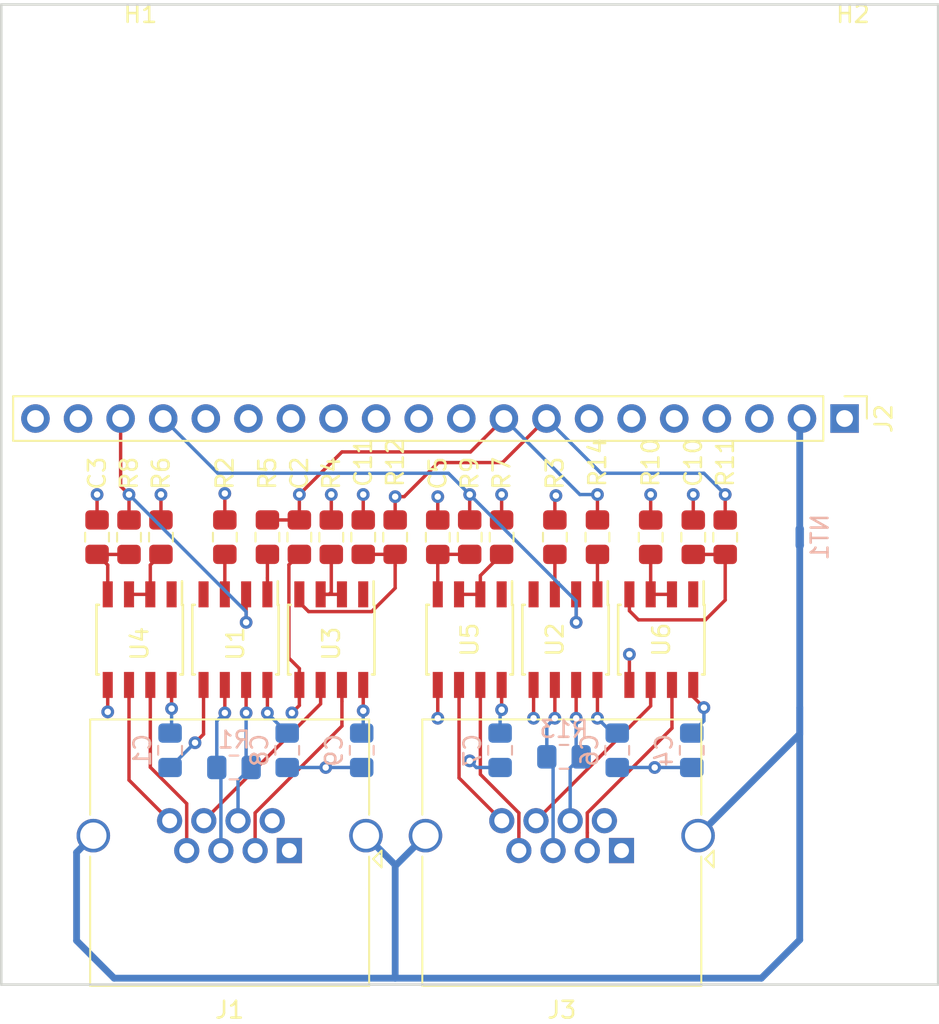
<source format=kicad_pcb>
(kicad_pcb (version 20171130) (host pcbnew "(5.1.4)-1")
  (layers (0 F.Cu signal) (1 In1.Cu signal) (2 In2.Cu signal) (31 B.Cu signal) (34 B.Paste user) (35 F.Paste user) (36 B.SilkS user) (37 F.SilkS user) (38 B.Mask user) (39 F.Mask user) (44 Edge.Cuts user))
  (net 0 "")
  (net 1 GNDD)
  (net 2 /CLK_1_-)
  (net 3 /MISO_1_+)
  (net 4 /CS_1_-)
  (net 5 /MISO_1_-)
  (net 6 /CLK_1_+)
  (net 7 /CS_1_+)
  (net 8 GND)
  (net 9 "Net-(J2-Pad3)")
  (net 10 "Net-(J2-Pad4)")
  (net 11 "Net-(J2-Pad6)")
  (net 12 "Net-(J2-Pad7)")
  (net 13 "Net-(J2-Pad10)")
  (net 14 "Net-(J2-Pad11)")
  (net 15 "Net-(J2-Pad12)")
  (net 16 "Net-(J2-Pad13)")
  (net 17 "Net-(J2-Pad14)")
  (net 18 "Net-(J2-Pad15)")
  (net 19 "Net-(J2-Pad16)")
  (net 20 "Net-(R2-Pad1)")
  (net 21 "Net-(R4-Pad2)")
  (net 22 /CS_1)
  (net 23 "Net-(U1-Pad4)")
  (net 24 "Net-(R6-Pad2)")
  (net 25 /CS_2_-)
  (net 26 /CS_2_+)
  (net 27 /CS_2)
  (net 28 /CLK_2_-)
  (net 29 /MISO_2_+)
  (net 30 /MISO_2_-)
  (net 31 /CLK_2_+)
  (net 32 "Net-(U2-Pad4)")
  (net 33 /MISO)
  (net 34 "Net-(R7-Pad2)")
  (net 35 "Net-(C3-Pad1)")
  (net 36 "Net-(R10-Pad2)")
  (net 37 "Net-(C10-Pad1)")
  (net 38 "Net-(C11-Pad1)")
  (net 39 "Net-(C5-Pad1)")
  (net 40 "Net-(R3-Pad1)")
  (net 41 /SPI_SCK)
  (net 42 "Net-(R5-Pad2)")
  (net 43 "Net-(R14-Pad2)")
  (net 44 "Net-(U4-Pad1)")
  (net 45 "Net-(U5-Pad1)")
  (net 46 +5V)
  (net 47 "Net-(U3-Pad1)")
  (net 48 "Net-(U6-Pad1)")
  (module Resistor_SMD:R_0805_2012Metric_Pad1.15x1.40mm_HandSolder (layer F.Cu) (at 129.405 96.605 270)
    (fp_text reference R14 (at -4.445 0 90) (layer F.SilkS))
    (fp_text value R)
    (pad 1 smd roundrect (at -1.025 0 270) (size 1.15 1.4) (layers F.Cu F.Paste F.Mask) (roundrect_rratio 0.217391) (net 33 /MISO))
    (pad 2 smd roundrect (at 1.025 0 270) (size 1.15 1.4) (layers F.Cu F.Paste F.Mask) (roundrect_rratio 0.217391) (net 43 "Net-(R14-Pad2)"))
  )
  (module NetTie:NetTie-2_SMD_Pad0.5mm (layer B.Cu) (at 141.47 96.605 90)
    (fp_text reference NT1 (at 0 1.2 270) (layer B.SilkS) (effects (justify mirror)))
    (fp_text value Net-Tie_2)
    (fp_poly (pts (xy -0.5 0.25) (xy 0.5 0.25) (xy 0.5 -0.25) (xy -0.5 -0.25)) (layer B.Cu) (width 0))
    (pad 1 smd circle (at -0.5 0 90) (size 0.5 0.5) (layers B.Cu) (net 8 GND))
    (pad 2 smd circle (at 0.5 0 90) (size 0.5 0.5) (layers B.Cu) (net 1 GNDD))
  )
  (module Resistor_SMD:R_0805_2012Metric_Pad1.15x1.40mm_HandSolder (layer B.Cu) (at 127.41 109.7 180)
    (fp_text reference R13 (at 0 1.65 180) (layer B.SilkS) (effects (justify mirror)))
    (fp_text value 120)
    (pad 2 smd roundrect (at 1.025 0 180) (size 1.15 1.4) (layers B.Cu B.Paste B.Mask) (roundrect_rratio 0.217391) (net 29 /MISO_2_+))
    (pad 1 smd roundrect (at -1.025 0 180) (size 1.15 1.4) (layers B.Cu B.Paste B.Mask) (roundrect_rratio 0.217391) (net 30 /MISO_2_-))
  )
  (module Capacitor_SMD:C_0805_2012Metric_Pad1.15x1.40mm_HandSolder (layer F.Cu) (at 99.56 96.605 90)
    (fp_text reference C3 (at 3.81 0 90) (layer F.SilkS))
    (fp_text value 100nF)
    (pad 2 smd roundrect (at 1.025 0 90) (size 1.15 1.4) (layers F.Cu F.Paste F.Mask) (roundrect_rratio 0.217391) (net 1 GNDD))
    (pad 1 smd roundrect (at -1.025 0 90) (size 1.15 1.4) (layers F.Cu F.Paste F.Mask) (roundrect_rratio 0.217391) (net 35 "Net-(C3-Pad1)"))
  )
  (module Capacitor_SMD:C_0805_2012Metric_Pad1.15x1.40mm_HandSolder (layer B.Cu) (at 135.03 109.31 270)
    (fp_text reference C4 (at 0 1.65 270) (layer B.SilkS) (effects (justify mirror)))
    (fp_text value 100nF)
    (pad 1 smd roundrect (at -1.025 0 270) (size 1.15 1.4) (layers B.Cu B.Paste B.Mask) (roundrect_rratio 0.217391) (net 46 +5V))
    (pad 2 smd roundrect (at 1.025 0 270) (size 1.15 1.4) (layers B.Cu B.Paste B.Mask) (roundrect_rratio 0.217391) (net 1 GNDD))
  )
  (module Capacitor_SMD:C_0805_2012Metric_Pad1.15x1.40mm_HandSolder (layer F.Cu) (at 119.88 96.61 90)
    (fp_text reference C5 (at 3.815 0 90) (layer F.SilkS))
    (fp_text value 100nF)
    (pad 2 smd roundrect (at 1.025 0 90) (size 1.15 1.4) (layers F.Cu F.Paste F.Mask) (roundrect_rratio 0.217391) (net 1 GNDD))
    (pad 1 smd roundrect (at -1.025 0 90) (size 1.15 1.4) (layers F.Cu F.Paste F.Mask) (roundrect_rratio 0.217391) (net 39 "Net-(C5-Pad1)"))
  )
  (module Capacitor_SMD:C_0805_2012Metric_Pad1.15x1.40mm_HandSolder (layer B.Cu) (at 130.585 109.31 270)
    (fp_text reference C6 (at 0 1.65 270) (layer B.SilkS) (effects (justify mirror)))
    (fp_text value 100nF)
    (pad 1 smd roundrect (at -1.025 0 270) (size 1.15 1.4) (layers B.Cu B.Paste B.Mask) (roundrect_rratio 0.217391) (net 46 +5V))
    (pad 2 smd roundrect (at 1.025 0 270) (size 1.15 1.4) (layers B.Cu B.Paste B.Mask) (roundrect_rratio 0.217391) (net 1 GNDD))
  )
  (module Capacitor_SMD:C_0805_2012Metric_Pad1.15x1.40mm_HandSolder (layer B.Cu) (at 123.6 109.31 270)
    (fp_text reference C7 (at 0 1.65 270) (layer B.SilkS) (effects (justify mirror)))
    (fp_text value 100nF)
    (pad 2 smd roundrect (at 1.025 0 270) (size 1.15 1.4) (layers B.Cu B.Paste B.Mask) (roundrect_rratio 0.217391) (net 1 GNDD))
    (pad 1 smd roundrect (at -1.025 0 270) (size 1.15 1.4) (layers B.Cu B.Paste B.Mask) (roundrect_rratio 0.217391) (net 46 +5V))
  )
  (module Capacitor_SMD:C_0805_2012Metric_Pad1.15x1.40mm_HandSolder (layer B.Cu) (at 110.9 109.31 270)
    (fp_text reference C8 (at 0 1.65 270) (layer B.SilkS) (effects (justify mirror)))
    (fp_text value 100nF)
    (pad 1 smd roundrect (at -1.025 0 270) (size 1.15 1.4) (layers B.Cu B.Paste B.Mask) (roundrect_rratio 0.217391) (net 46 +5V))
    (pad 2 smd roundrect (at 1.025 0 270) (size 1.15 1.4) (layers B.Cu B.Paste B.Mask) (roundrect_rratio 0.217391) (net 1 GNDD))
  )
  (module Capacitor_SMD:C_0805_2012Metric_Pad1.15x1.40mm_HandSolder (layer B.Cu) (at 115.345 109.31 270)
    (fp_text reference C9 (at 0 1.65 270) (layer B.SilkS) (effects (justify mirror)))
    (fp_text value 100nF)
    (pad 2 smd roundrect (at 1.025 0 270) (size 1.15 1.4) (layers B.Cu B.Paste B.Mask) (roundrect_rratio 0.217391) (net 1 GNDD))
    (pad 1 smd roundrect (at -1.025 0 270) (size 1.15 1.4) (layers B.Cu B.Paste B.Mask) (roundrect_rratio 0.217391) (net 46 +5V))
  )
  (module Capacitor_SMD:C_0805_2012Metric_Pad1.15x1.40mm_HandSolder (layer F.Cu) (at 135.12 96.61 90)
    (fp_text reference C10 (at 4.45 0 90) (layer F.SilkS))
    (fp_text value 100nF)
    (pad 1 smd roundrect (at -1.025 0 90) (size 1.15 1.4) (layers F.Cu F.Paste F.Mask) (roundrect_rratio 0.217391) (net 37 "Net-(C10-Pad1)"))
    (pad 2 smd roundrect (at 1.025 0 90) (size 1.15 1.4) (layers F.Cu F.Paste F.Mask) (roundrect_rratio 0.217391) (net 1 GNDD))
  )
  (module Capacitor_SMD:C_0805_2012Metric_Pad1.15x1.40mm_HandSolder (layer F.Cu) (at 115.435 96.605 90)
    (fp_text reference C11 (at 4.445 0 90) (layer F.SilkS))
    (fp_text value 100nF)
    (pad 2 smd roundrect (at 1.025 0 90) (size 1.15 1.4) (layers F.Cu F.Paste F.Mask) (roundrect_rratio 0.217391) (net 1 GNDD))
    (pad 1 smd roundrect (at -1.025 0 90) (size 1.15 1.4) (layers F.Cu F.Paste F.Mask) (roundrect_rratio 0.217391) (net 38 "Net-(C11-Pad1)"))
  )
  (module Package_SO:SOIC-8_3.9x4.9mm_P1.27mm (layer F.Cu) (at 121.785 102.715 270)
    (fp_text reference U5 (at 0 0 270) (layer F.SilkS))
    (fp_text value MAX485E)
    (pad 1 smd rect (at -2.7 -1.905 270) (size 1.55 0.6) (layers F.Cu F.Paste F.Mask) (net 45 "Net-(U5-Pad1)"))
    (pad 2 smd rect (at -2.7 -0.635 270) (size 1.55 0.6) (layers F.Cu F.Paste F.Mask) (net 34 "Net-(R7-Pad2)"))
    (pad 3 smd rect (at -2.7 0.635 270) (size 1.55 0.6) (layers F.Cu F.Paste F.Mask) (net 34 "Net-(R7-Pad2)"))
    (pad 4 smd rect (at -2.7 1.905 270) (size 1.55 0.6) (layers F.Cu F.Paste F.Mask) (net 39 "Net-(C5-Pad1)"))
    (pad 5 smd rect (at 2.7 1.905 270) (size 1.55 0.6) (layers F.Cu F.Paste F.Mask) (net 1 GNDD))
    (pad 6 smd rect (at 2.7 0.635 270) (size 1.55 0.6) (layers F.Cu F.Paste F.Mask) (net 26 /CS_2_+))
    (pad 7 smd rect (at 2.7 -0.635 270) (size 1.55 0.6) (layers F.Cu F.Paste F.Mask) (net 25 /CS_2_-))
    (pad 8 smd rect (at 2.7 -1.905 270) (size 1.55 0.6) (layers F.Cu F.Paste F.Mask) (net 46 +5V))
  )
  (module Package_SO:SOIC-8_3.9x4.9mm_P1.27mm (layer F.Cu) (at 133.215 102.715 270)
    (fp_text reference U6 (at 0 0 270) (layer F.SilkS))
    (fp_text value MAX485E)
    (pad 8 smd rect (at 2.7 -1.905 270) (size 1.55 0.6) (layers F.Cu F.Paste F.Mask) (net 46 +5V))
    (pad 7 smd rect (at 2.7 -0.635 270) (size 1.55 0.6) (layers F.Cu F.Paste F.Mask) (net 28 /CLK_2_-))
    (pad 6 smd rect (at 2.7 0.635 270) (size 1.55 0.6) (layers F.Cu F.Paste F.Mask) (net 31 /CLK_2_+))
    (pad 5 smd rect (at 2.7 1.905 270) (size 1.55 0.6) (layers F.Cu F.Paste F.Mask) (net 1 GNDD))
    (pad 4 smd rect (at -2.7 1.905 270) (size 1.55 0.6) (layers F.Cu F.Paste F.Mask) (net 37 "Net-(C10-Pad1)"))
    (pad 3 smd rect (at -2.7 0.635 270) (size 1.55 0.6) (layers F.Cu F.Paste F.Mask) (net 36 "Net-(R10-Pad2)"))
    (pad 2 smd rect (at -2.7 -0.635 270) (size 1.55 0.6) (layers F.Cu F.Paste F.Mask) (net 36 "Net-(R10-Pad2)"))
    (pad 1 smd rect (at -2.7 -1.905 270) (size 1.55 0.6) (layers F.Cu F.Paste F.Mask) (net 48 "Net-(U6-Pad1)"))
  )
  (module Resistor_SMD:R_0805_2012Metric_Pad1.15x1.40mm_HandSolder (layer F.Cu) (at 121.785 96.605 90)
    (fp_text reference R9 (at 3.81 0 90) (layer F.SilkS))
    (fp_text value R)
    (pad 1 smd roundrect (at -1.025 0 90) (size 1.15 1.4) (layers F.Cu F.Paste F.Mask) (roundrect_rratio 0.217391) (net 39 "Net-(C5-Pad1)"))
    (pad 2 smd roundrect (at 1.025 0 90) (size 1.15 1.4) (layers F.Cu F.Paste F.Mask) (roundrect_rratio 0.217391) (net 27 /CS_2))
  )
  (module Resistor_SMD:R_0805_2012Metric_Pad1.15x1.40mm_HandSolder (layer F.Cu) (at 117.34 96.605 90)
    (fp_text reference R12 (at 4.445 0 90) (layer F.SilkS))
    (fp_text value R)
    (pad 2 smd roundrect (at 1.025 0 90) (size 1.15 1.4) (layers F.Cu F.Paste F.Mask) (roundrect_rratio 0.217391) (net 41 /SPI_SCK))
    (pad 1 smd roundrect (at -1.025 0 90) (size 1.15 1.4) (layers F.Cu F.Paste F.Mask) (roundrect_rratio 0.217391) (net 38 "Net-(C11-Pad1)"))
  )
  (module Resistor_SMD:R_0805_2012Metric_Pad1.15x1.40mm_HandSolder (layer F.Cu) (at 137.025 96.61 90)
    (fp_text reference R11 (at 4.45 0 90) (layer F.SilkS))
    (fp_text value R)
    (pad 1 smd roundrect (at -1.025 0 90) (size 1.15 1.4) (layers F.Cu F.Paste F.Mask) (roundrect_rratio 0.217391) (net 37 "Net-(C10-Pad1)"))
    (pad 2 smd roundrect (at 1.025 0 90) (size 1.15 1.4) (layers F.Cu F.Paste F.Mask) (roundrect_rratio 0.217391) (net 41 /SPI_SCK))
  )
  (module Resistor_SMD:R_0805_2012Metric_Pad1.15x1.40mm_HandSolder (layer F.Cu) (at 132.58 96.61 270)
    (fp_text reference R10 (at -4.45 0 270) (layer F.SilkS))
    (fp_text value 1k)
    (pad 2 smd roundrect (at 1.025 0 270) (size 1.15 1.4) (layers F.Cu F.Paste F.Mask) (roundrect_rratio 0.217391) (net 36 "Net-(R10-Pad2)"))
    (pad 1 smd roundrect (at -1.025 0 270) (size 1.15 1.4) (layers F.Cu F.Paste F.Mask) (roundrect_rratio 0.217391) (net 46 +5V))
  )
  (module Resistor_SMD:R_0805_2012Metric_Pad1.15x1.40mm_HandSolder (layer F.Cu) (at 101.465 96.61 90)
    (fp_text reference R8 (at 3.815 0 90) (layer F.SilkS))
    (fp_text value R)
    (pad 1 smd roundrect (at -1.025 0 90) (size 1.15 1.4) (layers F.Cu F.Paste F.Mask) (roundrect_rratio 0.217391) (net 35 "Net-(C3-Pad1)"))
    (pad 2 smd roundrect (at 1.025 0 90) (size 1.15 1.4) (layers F.Cu F.Paste F.Mask) (roundrect_rratio 0.217391) (net 22 /CS_1))
  )
  (module Resistor_SMD:R_0805_2012Metric_Pad1.15x1.40mm_HandSolder (layer F.Cu) (at 123.69 96.605 270)
    (fp_text reference R7 (at -3.81 0 270) (layer F.SilkS))
    (fp_text value 1k)
    (pad 1 smd roundrect (at -1.025 0 270) (size 1.15 1.4) (layers F.Cu F.Paste F.Mask) (roundrect_rratio 0.217391) (net 46 +5V))
    (pad 2 smd roundrect (at 1.025 0 270) (size 1.15 1.4) (layers F.Cu F.Paste F.Mask) (roundrect_rratio 0.217391) (net 34 "Net-(R7-Pad2)"))
  )
  (module Package_SO:SOIC-8_3.9x4.9mm_P1.27mm (layer F.Cu) (at 102.1 102.715 270)
    (fp_text reference U4 (at 0.24 0 270) (layer F.SilkS))
    (fp_text value MAX485E)
    (pad 8 smd rect (at 2.7 -1.905 270) (size 1.55 0.6) (layers F.Cu F.Paste F.Mask) (net 46 +5V))
    (pad 7 smd rect (at 2.7 -0.635 270) (size 1.55 0.6) (layers F.Cu F.Paste F.Mask) (net 4 /CS_1_-))
    (pad 6 smd rect (at 2.7 0.635 270) (size 1.55 0.6) (layers F.Cu F.Paste F.Mask) (net 7 /CS_1_+))
    (pad 5 smd rect (at 2.7 1.905 270) (size 1.55 0.6) (layers F.Cu F.Paste F.Mask) (net 1 GNDD))
    (pad 4 smd rect (at -2.7 1.905 270) (size 1.55 0.6) (layers F.Cu F.Paste F.Mask) (net 35 "Net-(C3-Pad1)"))
    (pad 3 smd rect (at -2.7 0.635 270) (size 1.55 0.6) (layers F.Cu F.Paste F.Mask) (net 24 "Net-(R6-Pad2)"))
    (pad 2 smd rect (at -2.7 -0.635 270) (size 1.55 0.6) (layers F.Cu F.Paste F.Mask) (net 24 "Net-(R6-Pad2)"))
    (pad 1 smd rect (at -2.7 -1.905 270) (size 1.55 0.6) (layers F.Cu F.Paste F.Mask) (net 44 "Net-(U4-Pad1)"))
  )
  (module Resistor_SMD:R_0805_2012Metric_Pad1.15x1.40mm_HandSolder (layer F.Cu) (at 103.37 96.605 270)
    (fp_text reference R6 (at -3.81 0 270) (layer F.SilkS))
    (fp_text value 1k)
    (pad 2 smd roundrect (at 1.025 0 270) (size 1.15 1.4) (layers F.Cu F.Paste F.Mask) (roundrect_rratio 0.217391) (net 24 "Net-(R6-Pad2)"))
    (pad 1 smd roundrect (at -1.025 0 270) (size 1.15 1.4) (layers F.Cu F.Paste F.Mask) (roundrect_rratio 0.217391) (net 46 +5V))
  )
  (module Package_SO:SOIC-8_3.9x4.9mm_P1.27mm (layer F.Cu) (at 127.5 102.715 270)
    (fp_text reference U2 (at 0 0.635 270) (layer F.SilkS))
    (fp_text value MAX485E)
    (pad 8 smd rect (at 2.7 -1.905 270) (size 1.55 0.6) (layers F.Cu F.Paste F.Mask) (net 46 +5V))
    (pad 7 smd rect (at 2.7 -0.635 270) (size 1.55 0.6) (layers F.Cu F.Paste F.Mask) (net 30 /MISO_2_-))
    (pad 6 smd rect (at 2.7 0.635 270) (size 1.55 0.6) (layers F.Cu F.Paste F.Mask) (net 29 /MISO_2_+))
    (pad 5 smd rect (at 2.7 1.905 270) (size 1.55 0.6) (layers F.Cu F.Paste F.Mask) (net 1 GNDD))
    (pad 4 smd rect (at -2.7 1.905 270) (size 1.55 0.6) (layers F.Cu F.Paste F.Mask) (net 32 "Net-(U2-Pad4)"))
    (pad 3 smd rect (at -2.7 0.635 270) (size 1.55 0.6) (layers F.Cu F.Paste F.Mask) (net 40 "Net-(R3-Pad1)"))
    (pad 2 smd rect (at -2.7 -0.635 270) (size 1.55 0.6) (layers F.Cu F.Paste F.Mask) (net 27 /CS_2))
    (pad 1 smd rect (at -2.7 -1.905 270) (size 1.55 0.6) (layers F.Cu F.Paste F.Mask) (net 43 "Net-(R14-Pad2)"))
  )
  (module Connector_RJ:RJ45_Amphenol_RJHSE5380 (layer F.Cu) (at 130.839 115.288 180)
    (fp_text reference J3 (at 3.56 -9.5 180) (layer F.SilkS))
    (fp_text value "Motor Encoder 0")
    (pad SH thru_hole circle (at -4.57 0.89 180) (size 2 2) (drill 1.57) (layers *.Cu *.Mask) (net 8 GND))
    (pad SH thru_hole circle (at 11.69 0.89 180) (size 2 2) (drill 1.57) (layers *.Cu *.Mask) (net 8 GND))
    (pad "" np_thru_hole circle (at 9.91 -2.54 180) (size 3.25 3.25) (drill 3.25) (layers *.Cu *.Mask))
    (pad "" np_thru_hole circle (at -2.79 -2.54 180) (size 3.25 3.25) (drill 3.25) (layers *.Cu *.Mask))
    (pad 8 thru_hole circle (at 7.14 1.78 180) (size 1.5 1.5) (drill 0.89) (layers *.Cu *.Mask) (net 26 /CS_2_+))
    (pad 6 thru_hole circle (at 5.1 1.78 180) (size 1.5 1.5) (drill 0.89) (layers *.Cu *.Mask) (net 31 /CLK_2_+))
    (pad 4 thru_hole circle (at 3.06 1.78 180) (size 1.5 1.5) (drill 0.89) (layers *.Cu *.Mask) (net 30 /MISO_2_-))
    (pad 2 thru_hole circle (at 1.02 1.78 180) (size 1.5 1.5) (drill 0.89) (layers *.Cu *.Mask) (net 46 +5V))
    (pad 7 thru_hole circle (at 6.12 0 180) (size 1.5 1.5) (drill 0.89) (layers *.Cu *.Mask) (net 25 /CS_2_-))
    (pad 5 thru_hole circle (at 4.08 0 180) (size 1.5 1.5) (drill 0.89) (layers *.Cu *.Mask) (net 29 /MISO_2_+))
    (pad 3 thru_hole circle (at 2.04 0 180) (size 1.5 1.5) (drill 0.89) (layers *.Cu *.Mask) (net 28 /CLK_2_-))
    (pad 1 thru_hole rect (at 0 0 180) (size 1.5 1.5) (drill 0.89) (layers *.Cu *.Mask) (net 1 GNDD))
  )
  (module Capacitor_SMD:C_0805_2012Metric_Pad1.15x1.40mm_HandSolder (layer B.Cu) (at 103.915 109.31 270)
    (fp_text reference C1 (at 0 1.65 270) (layer B.SilkS) (effects (justify mirror)))
    (fp_text value 100nF)
    (pad 2 smd roundrect (at 1.025 0 270) (size 1.15 1.4) (layers B.Cu B.Paste B.Mask) (roundrect_rratio 0.217391) (net 1 GNDD))
    (pad 1 smd roundrect (at -1.025 0 270) (size 1.15 1.4) (layers B.Cu B.Paste B.Mask) (roundrect_rratio 0.217391) (net 46 +5V))
  )
  (module Capacitor_SMD:C_0805_2012Metric_Pad1.15x1.40mm_HandSolder (layer F.Cu) (at 111.625 96.605 270)
    (fp_text reference C2 (at -3.81 0 270) (layer F.SilkS))
    (fp_text value 100nF)
    (pad 1 smd roundrect (at -1.025 0 270) (size 1.15 1.4) (layers F.Cu F.Paste F.Mask) (roundrect_rratio 0.217391) (net 33 /MISO))
    (pad 2 smd roundrect (at 1.025 0 270) (size 1.15 1.4) (layers F.Cu F.Paste F.Mask) (roundrect_rratio 0.217391) (net 1 GNDD))
  )
  (module MountingHole:MountingHole_3.5mm (layer F.Cu) (at 102.145 69.935)
    (fp_text reference H1 (at 0 -4.5) (layer F.SilkS))
    (fp_text value MountingHole)
    (pad 1 np_thru_hole circle (at 0 0) (size 3.5 3.5) (drill 3.5) (layers *.Cu *.Mask))
  )
  (module MountingHole:MountingHole_3.5mm (layer F.Cu) (at 144.645 69.935)
    (fp_text reference H2 (at 0 -4.5) (layer F.SilkS))
    (fp_text value MountingHole)
    (pad 1 np_thru_hole circle (at 0 0) (size 3.5 3.5) (drill 3.5) (layers *.Cu *.Mask))
  )
  (module Connector_RJ:RJ45_Amphenol_RJHSE5380 (layer F.Cu) (at 111.027 115.288 180)
    (fp_text reference J1 (at 3.56 -9.5 180) (layer F.SilkS))
    (fp_text value "Motor Encoder 0")
    (pad SH thru_hole circle (at -4.57 0.89 180) (size 2 2) (drill 1.57) (layers *.Cu *.Mask) (net 8 GND))
    (pad SH thru_hole circle (at 11.69 0.89 180) (size 2 2) (drill 1.57) (layers *.Cu *.Mask) (net 8 GND))
    (pad "" np_thru_hole circle (at 9.91 -2.54 180) (size 3.25 3.25) (drill 3.25) (layers *.Cu *.Mask))
    (pad "" np_thru_hole circle (at -2.79 -2.54 180) (size 3.25 3.25) (drill 3.25) (layers *.Cu *.Mask))
    (pad 8 thru_hole circle (at 7.14 1.78 180) (size 1.5 1.5) (drill 0.89) (layers *.Cu *.Mask) (net 7 /CS_1_+))
    (pad 6 thru_hole circle (at 5.1 1.78 180) (size 1.5 1.5) (drill 0.89) (layers *.Cu *.Mask) (net 6 /CLK_1_+))
    (pad 4 thru_hole circle (at 3.06 1.78 180) (size 1.5 1.5) (drill 0.89) (layers *.Cu *.Mask) (net 5 /MISO_1_-))
    (pad 2 thru_hole circle (at 1.02 1.78 180) (size 1.5 1.5) (drill 0.89) (layers *.Cu *.Mask) (net 46 +5V))
    (pad 7 thru_hole circle (at 6.12 0 180) (size 1.5 1.5) (drill 0.89) (layers *.Cu *.Mask) (net 4 /CS_1_-))
    (pad 5 thru_hole circle (at 4.08 0 180) (size 1.5 1.5) (drill 0.89) (layers *.Cu *.Mask) (net 3 /MISO_1_+))
    (pad 3 thru_hole circle (at 2.04 0 180) (size 1.5 1.5) (drill 0.89) (layers *.Cu *.Mask) (net 2 /CLK_1_-))
    (pad 1 thru_hole rect (at 0 0 180) (size 1.5 1.5) (drill 0.89) (layers *.Cu *.Mask) (net 1 GNDD))
  )
  (module Connector_PinHeader_2.54mm:PinHeader_1x20_P2.54mm_Vertical (layer F.Cu) (at 144.145 89.535 270)
    (fp_text reference J2 (at 0 -2.33 270) (layer F.SilkS))
    (fp_text value Conn_01x20)
    (pad 1 thru_hole rect (at 0 0 270) (size 1.7 1.7) (drill 1) (layers *.Cu *.Mask) (net 46 +5V))
    (pad 2 thru_hole oval (at 0 2.54 270) (size 1.7 1.7) (drill 1) (layers *.Cu *.Mask) (net 1 GNDD))
    (pad 3 thru_hole oval (at 0 5.08 270) (size 1.7 1.7) (drill 1) (layers *.Cu *.Mask) (net 9 "Net-(J2-Pad3)"))
    (pad 4 thru_hole oval (at 0 7.62 270) (size 1.7 1.7) (drill 1) (layers *.Cu *.Mask) (net 10 "Net-(J2-Pad4)"))
    (pad 5 thru_hole oval (at 0 10.16 270) (size 1.7 1.7) (drill 1) (layers *.Cu *.Mask) (net 1 GNDD))
    (pad 6 thru_hole oval (at 0 12.7 270) (size 1.7 1.7) (drill 1) (layers *.Cu *.Mask) (net 11 "Net-(J2-Pad6)"))
    (pad 7 thru_hole oval (at 0 15.24 270) (size 1.7 1.7) (drill 1) (layers *.Cu *.Mask) (net 12 "Net-(J2-Pad7)"))
    (pad 8 thru_hole oval (at 0 17.78 270) (size 1.7 1.7) (drill 1) (layers *.Cu *.Mask) (net 41 /SPI_SCK))
    (pad 9 thru_hole oval (at 0 20.32 270) (size 1.7 1.7) (drill 1) (layers *.Cu *.Mask) (net 33 /MISO))
    (pad 10 thru_hole oval (at 0 22.86 270) (size 1.7 1.7) (drill 1) (layers *.Cu *.Mask) (net 13 "Net-(J2-Pad10)"))
    (pad 11 thru_hole oval (at 0 25.4 270) (size 1.7 1.7) (drill 1) (layers *.Cu *.Mask) (net 14 "Net-(J2-Pad11)"))
    (pad 12 thru_hole oval (at 0 27.94 270) (size 1.7 1.7) (drill 1) (layers *.Cu *.Mask) (net 15 "Net-(J2-Pad12)"))
    (pad 13 thru_hole oval (at 0 30.48 270) (size 1.7 1.7) (drill 1) (layers *.Cu *.Mask) (net 16 "Net-(J2-Pad13)"))
    (pad 14 thru_hole oval (at 0 33.02 270) (size 1.7 1.7) (drill 1) (layers *.Cu *.Mask) (net 17 "Net-(J2-Pad14)"))
    (pad 15 thru_hole oval (at 0 35.56 270) (size 1.7 1.7) (drill 1) (layers *.Cu *.Mask) (net 18 "Net-(J2-Pad15)"))
    (pad 16 thru_hole oval (at 0 38.1 270) (size 1.7 1.7) (drill 1) (layers *.Cu *.Mask) (net 19 "Net-(J2-Pad16)"))
    (pad 17 thru_hole oval (at 0 40.64 270) (size 1.7 1.7) (drill 1) (layers *.Cu *.Mask) (net 27 /CS_2))
    (pad 18 thru_hole oval (at 0 43.18 270) (size 1.7 1.7) (drill 1) (layers *.Cu *.Mask) (net 22 /CS_1))
    (pad 19 thru_hole oval (at 0 45.72 270) (size 1.7 1.7) (drill 1) (layers *.Cu *.Mask) (net 1 GNDD))
    (pad 20 thru_hole oval (at 0 48.26 270) (size 1.7 1.7) (drill 1) (layers *.Cu *.Mask) (net 1 GNDD))
  )
  (module Resistor_SMD:R_0805_2012Metric_Pad1.15x1.40mm_HandSolder (layer B.Cu) (at 107.725 110.335 180)
    (fp_text reference R1 (at 0 1.65 180) (layer B.SilkS) (effects (justify mirror)))
    (fp_text value 120)
    (pad 1 smd roundrect (at -1.025 0 180) (size 1.15 1.4) (layers B.Cu B.Paste B.Mask) (roundrect_rratio 0.217391) (net 5 /MISO_1_-))
    (pad 2 smd roundrect (at 1.025 0 180) (size 1.15 1.4) (layers B.Cu B.Paste B.Mask) (roundrect_rratio 0.217391) (net 3 /MISO_1_+))
  )
  (module Resistor_SMD:R_0805_2012Metric_Pad1.15x1.40mm_HandSolder (layer F.Cu) (at 107.18 96.605 90)
    (fp_text reference R2 (at 3.81 0 90) (layer F.SilkS))
    (fp_text value 1k)
    (pad 1 smd roundrect (at -1.025 0 90) (size 1.15 1.4) (layers F.Cu F.Paste F.Mask) (roundrect_rratio 0.217391) (net 20 "Net-(R2-Pad1)"))
    (pad 2 smd roundrect (at 1.025 0 90) (size 1.15 1.4) (layers F.Cu F.Paste F.Mask) (roundrect_rratio 0.217391) (net 1 GNDD))
  )
  (module Resistor_SMD:R_0805_2012Metric_Pad1.15x1.40mm_HandSolder (layer F.Cu) (at 126.865 96.605 90)
    (fp_text reference R3 (at 3.81 0 90) (layer F.SilkS))
    (fp_text value 1k)
    (pad 1 smd roundrect (at -1.025 0 90) (size 1.15 1.4) (layers F.Cu F.Paste F.Mask) (roundrect_rratio 0.217391) (net 40 "Net-(R3-Pad1)"))
    (pad 2 smd roundrect (at 1.025 0 90) (size 1.15 1.4) (layers F.Cu F.Paste F.Mask) (roundrect_rratio 0.217391) (net 1 GNDD))
  )
  (module Resistor_SMD:R_0805_2012Metric_Pad1.15x1.40mm_HandSolder (layer F.Cu) (at 113.53 96.61 270)
    (fp_text reference R4 (at -3.815 0 270) (layer F.SilkS))
    (fp_text value 1k)
    (pad 2 smd roundrect (at 1.025 0 270) (size 1.15 1.4) (layers F.Cu F.Paste F.Mask) (roundrect_rratio 0.217391) (net 21 "Net-(R4-Pad2)"))
    (pad 1 smd roundrect (at -1.025 0 270) (size 1.15 1.4) (layers F.Cu F.Paste F.Mask) (roundrect_rratio 0.217391) (net 46 +5V))
  )
  (module Resistor_SMD:R_0805_2012Metric_Pad1.15x1.40mm_HandSolder (layer F.Cu) (at 109.72 96.605 270)
    (fp_text reference R5 (at -3.81 0 270) (layer F.SilkS))
    (fp_text value R)
    (pad 2 smd roundrect (at 1.025 0 270) (size 1.15 1.4) (layers F.Cu F.Paste F.Mask) (roundrect_rratio 0.217391) (net 42 "Net-(R5-Pad2)"))
    (pad 1 smd roundrect (at -1.025 0 270) (size 1.15 1.4) (layers F.Cu F.Paste F.Mask) (roundrect_rratio 0.217391) (net 33 /MISO))
  )
  (module Package_SO:SOIC-8_3.9x4.9mm_P1.27mm (layer F.Cu) (at 107.815 102.715 270)
    (fp_text reference U1 (at 0.24 0 270) (layer F.SilkS))
    (fp_text value MAX485E)
    (pad 8 smd rect (at 2.7 -1.905 270) (size 1.55 0.6) (layers F.Cu F.Paste F.Mask) (net 46 +5V))
    (pad 7 smd rect (at 2.7 -0.635 270) (size 1.55 0.6) (layers F.Cu F.Paste F.Mask) (net 5 /MISO_1_-))
    (pad 6 smd rect (at 2.7 0.635 270) (size 1.55 0.6) (layers F.Cu F.Paste F.Mask) (net 3 /MISO_1_+))
    (pad 5 smd rect (at 2.7 1.905 270) (size 1.55 0.6) (layers F.Cu F.Paste F.Mask) (net 1 GNDD))
    (pad 4 smd rect (at -2.7 1.905 270) (size 1.55 0.6) (layers F.Cu F.Paste F.Mask) (net 23 "Net-(U1-Pad4)"))
    (pad 3 smd rect (at -2.7 0.635 270) (size 1.55 0.6) (layers F.Cu F.Paste F.Mask) (net 20 "Net-(R2-Pad1)"))
    (pad 2 smd rect (at -2.7 -0.635 270) (size 1.55 0.6) (layers F.Cu F.Paste F.Mask) (net 22 /CS_1))
    (pad 1 smd rect (at -2.7 -1.905 270) (size 1.55 0.6) (layers F.Cu F.Paste F.Mask) (net 42 "Net-(R5-Pad2)"))
  )
  (module Package_SO:SOIC-8_3.9x4.9mm_P1.27mm (layer F.Cu) (at 113.53 102.715 270)
    (fp_text reference U3 (at 0.24 0 270) (layer F.SilkS))
    (fp_text value MAX485E)
    (pad 1 smd rect (at -2.7 -1.905 270) (size 1.55 0.6) (layers F.Cu F.Paste F.Mask) (net 47 "Net-(U3-Pad1)"))
    (pad 2 smd rect (at -2.7 -0.635 270) (size 1.55 0.6) (layers F.Cu F.Paste F.Mask) (net 21 "Net-(R4-Pad2)"))
    (pad 3 smd rect (at -2.7 0.635 270) (size 1.55 0.6) (layers F.Cu F.Paste F.Mask) (net 21 "Net-(R4-Pad2)"))
    (pad 4 smd rect (at -2.7 1.905 270) (size 1.55 0.6) (layers F.Cu F.Paste F.Mask) (net 38 "Net-(C11-Pad1)"))
    (pad 5 smd rect (at 2.7 1.905 270) (size 1.55 0.6) (layers F.Cu F.Paste F.Mask) (net 1 GNDD))
    (pad 6 smd rect (at 2.7 0.635 270) (size 1.55 0.6) (layers F.Cu F.Paste F.Mask) (net 6 /CLK_1_+))
    (pad 7 smd rect (at 2.7 -0.635 270) (size 1.55 0.6) (layers F.Cu F.Paste F.Mask) (net 2 /CLK_1_-))
    (pad 8 smd rect (at 2.7 -1.905 270) (size 1.55 0.6) (layers F.Cu F.Paste F.Mask) (net 46 +5V))
  )
  (gr_line (start 149.725 123.275) (end 93.845 123.275) (layer Edge.Cuts) (width 0.15))
  (gr_line (start 149.725 64.855) (end 149.725 123.275) (layer Edge.Cuts) (width 0.15))
  (gr_line (start 93.845 64.855) (end 149.725 64.855) (layer Edge.Cuts) (width 0.15))
  (gr_line (start 93.845 123.275) (end 93.845 64.855) (layer Edge.Cuts) (width 0.15))
  (via (at 105.402 108.8605) (size 0.762) (drill 0.381) (layers F.Cu B.Cu) (net 1))
  (segment (start 103.915 110.335) (end 105.3895 108.8605) (width 0.2032) (layer B.Cu) (net 1))
  (segment (start 105.3895 108.8605) (end 105.402 108.8605) (width 0.2032) (layer B.Cu) (net 1))
  (segment (start 105.91 108.3525) (end 105.402 108.8605) (width 0.2032) (layer F.Cu) (net 1))
  (segment (start 105.91 105.415) (end 105.91 108.3525) (width 0.2032) (layer F.Cu) (net 1))
  (via (at 100.195 107.019) (size 0.762) (drill 0.381) (layers F.Cu B.Cu) (net 1))
  (segment (start 100.195 105.415) (end 100.195 107.019) (width 0.2032) (layer F.Cu) (net 1))
  (via (at 113.1985 110.335) (size 0.762) (drill 0.381) (layers F.Cu B.Cu) (net 1))
  (segment (start 110.9 110.335) (end 113.1985 110.335) (width 0.2032) (layer B.Cu) (net 1))
  (segment (start 115.345 110.335) (end 113.1985 110.335) (width 0.2032) (layer B.Cu) (net 1))
  (via (at 111.1805 107.0825) (size 0.762) (drill 0.381) (layers F.Cu B.Cu) (net 1))
  (segment (start 111.625 105.415) (end 111.625 106.638) (width 0.2032) (layer F.Cu) (net 1))
  (segment (start 111.625 106.638) (end 111.1805 107.0825) (width 0.2032) (layer F.Cu) (net 1))
  (segment (start 111.625 104.4368) (end 111.625 105.415) (width 0.2032) (layer F.Cu) (net 1))
  (segment (start 111.001628 103.813428) (end 111.625 104.4368) (width 0.2032) (layer F.Cu) (net 1))
  (segment (start 111.001628 98.253372) (end 111.001628 103.813428) (width 0.2032) (layer F.Cu) (net 1))
  (segment (start 111.625 97.63) (end 111.001628 98.253372) (width 0.2032) (layer F.Cu) (net 1))
  (via (at 107.18 94.0015) (size 0.762) (drill 0.381) (layers F.Cu B.Cu) (net 1))
  (segment (start 107.18 95.58) (end 107.18 94.0015) (width 0.2032) (layer F.Cu) (net 1))
  (via (at 115.435 94.065) (size 0.762) (drill 0.381) (layers F.Cu B.Cu) (net 1))
  (segment (start 115.435 95.58) (end 115.435 94.065) (width 0.2032) (layer F.Cu) (net 1))
  (via (at 119.88 94.192) (size 0.762) (drill 0.381) (layers F.Cu B.Cu) (net 1))
  (segment (start 119.88 95.585) (end 119.88 94.192) (width 0.2032) (layer F.Cu) (net 1))
  (via (at 126.9285 94.1285) (size 0.762) (drill 0.381) (layers F.Cu B.Cu) (net 1))
  (segment (start 126.865 95.58) (end 126.865 94.192) (width 0.2032) (layer F.Cu) (net 1))
  (segment (start 126.865 94.192) (end 126.9285 94.1285) (width 0.2032) (layer F.Cu) (net 1))
  (via (at 99.56 94.065) (size 0.762) (drill 0.381) (layers F.Cu B.Cu) (net 1))
  (segment (start 99.56 95.58) (end 99.56 94.065) (width 0.2032) (layer F.Cu) (net 1))
  (via (at 132.82 110.335) (size 0.762) (drill 0.381) (layers F.Cu B.Cu) (net 1))
  (segment (start 130.585 110.335) (end 132.82 110.335) (width 0.2032) (layer B.Cu) (net 1))
  (segment (start 132.82 110.335) (end 135.03 110.335) (width 0.2032) (layer B.Cu) (net 1))
  (via (at 121.785 109.94) (size 0.762) (drill 0.381) (layers F.Cu B.Cu) (net 1))
  (segment (start 123.6 110.335) (end 122.18 110.335) (width 0.2032) (layer B.Cu) (net 1))
  (segment (start 122.18 110.335) (end 121.785 109.94) (width 0.2032) (layer B.Cu) (net 1))
  (segment (start 119.88 105.415) (end 119.88 107.4) (width 0.2032) (layer F.Cu) (net 1))
  (via (at 119.88 107.4) (size 0.762) (drill 0.381) (layers F.Cu B.Cu) (net 1))
  (via (at 125.595 107.4) (size 0.762) (drill 0.381) (layers F.Cu B.Cu) (net 1))
  (segment (start 125.595 105.415) (end 125.595 107.4) (width 0.2032) (layer F.Cu) (net 1))
  (via (at 131.31 103.59) (size 0.762) (drill 0.381) (layers F.Cu B.Cu) (net 1))
  (segment (start 131.31 105.415) (end 131.31 103.59) (width 0.2032) (layer F.Cu) (net 1))
  (via (at 135.12 94.065) (size 0.762) (drill 0.381) (layers F.Cu B.Cu) (net 1))
  (segment (start 135.12 95.585) (end 135.12 94.065) (width 0.2032) (layer F.Cu) (net 1))
  (segment (start 141.47 89.67) (end 141.605 89.535) (width 0.4064) (layer B.Cu) (net 1))
  (segment (start 141.47 96.105) (end 141.47 89.67) (width 0.4064) (layer B.Cu) (net 1))
  (segment (start 114.165 106.3932) (end 114.165 105.415) (width 0.2032) (layer F.Cu) (net 2))
  (segment (start 114.165 107.864078) (end 114.165 106.3932) (width 0.2032) (layer F.Cu) (net 2))
  (segment (start 108.987 113.042078) (end 114.165 107.864078) (width 0.2032) (layer F.Cu) (net 2))
  (segment (start 108.987 115.288) (end 108.987 113.042078) (width 0.2032) (layer F.Cu) (net 2))
  (segment (start 106.947 110.582) (end 106.7 110.335) (width 0.2032) (layer B.Cu) (net 3))
  (segment (start 106.947 115.288) (end 106.947 110.582) (width 0.2032) (layer B.Cu) (net 3))
  (via (at 107.18 107.0825) (size 0.762) (drill 0.381) (layers F.Cu B.Cu) (net 3))
  (segment (start 106.7 110.335) (end 106.7 107.5625) (width 0.2032) (layer B.Cu) (net 3))
  (segment (start 106.7 107.5625) (end 107.18 107.0825) (width 0.2032) (layer B.Cu) (net 3))
  (segment (start 107.18 107.0825) (end 107.18 105.415) (width 0.2032) (layer F.Cu) (net 3))
  (segment (start 102.735 105.415) (end 102.735 110.321) (width 0.2032) (layer F.Cu) (net 4))
  (segment (start 104.907 112.493) (end 104.907 115.288) (width 0.2032) (layer F.Cu) (net 4))
  (segment (start 102.735 110.321) (end 104.907 112.493) (width 0.2032) (layer F.Cu) (net 4))
  (segment (start 107.967 111.118) (end 108.75 110.335) (width 0.2032) (layer B.Cu) (net 5))
  (segment (start 107.967 113.508) (end 107.967 111.118) (width 0.2032) (layer B.Cu) (net 5))
  (via (at 108.45 107.0825) (size 0.762) (drill 0.381) (layers F.Cu B.Cu) (net 5))
  (segment (start 108.45 105.415) (end 108.45 107.0825) (width 0.2032) (layer F.Cu) (net 5))
  (segment (start 108.45 110.035) (end 108.75 110.335) (width 0.2032) (layer B.Cu) (net 5))
  (segment (start 108.45 107.0825) (end 108.45 110.035) (width 0.2032) (layer B.Cu) (net 5))
  (segment (start 112.895 106.54) (end 105.927 113.508) (width 0.2032) (layer F.Cu) (net 6))
  (segment (start 112.895 105.415) (end 112.895 106.54) (width 0.2032) (layer F.Cu) (net 6))
  (segment (start 101.465 111.086) (end 103.887 113.508) (width 0.2032) (layer F.Cu) (net 7))
  (segment (start 101.465 105.415) (end 101.465 111.086) (width 0.2032) (layer F.Cu) (net 7))
  (segment (start 98.337001 115.397999) (end 98.337001 120.655001) (width 0.4064) (layer B.Cu) (net 8))
  (segment (start 99.337 114.398) (end 98.337001 115.397999) (width 0.4064) (layer B.Cu) (net 8))
  (segment (start 98.337001 120.655001) (end 100.576 122.894) (width 0.4064) (layer B.Cu) (net 8))
  (segment (start 119.149 114.398) (end 117.34 116.207) (width 0.4064) (layer B.Cu) (net 8))
  (segment (start 115.597 114.398) (end 117.34 116.141) (width 0.4064) (layer B.Cu) (net 8))
  (segment (start 117.34 116.141) (end 117.34 122.894) (width 0.4064) (layer B.Cu) (net 8))
  (segment (start 100.576 122.894) (end 117.34 122.894) (width 0.4064) (layer B.Cu) (net 8))
  (segment (start 117.34 122.894) (end 139.184 122.894) (width 0.4064) (layer B.Cu) (net 8))
  (segment (start 139.184 122.894) (end 141.47 120.608) (width 0.4064) (layer B.Cu) (net 8))
  (segment (start 141.47 108.337) (end 141.47 106.765) (width 0.4064) (layer B.Cu) (net 8))
  (segment (start 135.409 114.398) (end 141.47 108.337) (width 0.4064) (layer B.Cu) (net 8))
  (segment (start 141.47 120.608) (end 141.47 106.765) (width 0.4064) (layer B.Cu) (net 8))
  (segment (start 141.47 106.765) (end 141.47 97.105) (width 0.4064) (layer B.Cu) (net 8))
  (segment (start 107.18 100.015) (end 107.18 97.63) (width 0.2032) (layer F.Cu) (net 20))
  (segment (start 114.165 100.015) (end 112.895 100.015) (width 0.2032) (layer F.Cu) (net 21))
  (segment (start 113.3982 100.015) (end 112.895 100.015) (width 0.2032) (layer F.Cu) (net 21))
  (segment (start 113.53 99.8832) (end 113.3982 100.015) (width 0.2032) (layer F.Cu) (net 21))
  (segment (start 113.53 97.635) (end 113.53 99.8832) (width 0.2032) (layer F.Cu) (net 21))
  (via (at 108.45 101.685) (size 0.762) (drill 0.381) (layers F.Cu B.Cu) (net 22))
  (segment (start 108.45 100.015) (end 108.45 101.685) (width 0.2032) (layer F.Cu) (net 22))
  (via (at 101.465 94.065) (size 0.762) (drill 0.381) (layers F.Cu B.Cu) (net 22))
  (segment (start 108.45 101.685) (end 108.45 101.05) (width 0.2032) (layer B.Cu) (net 22))
  (segment (start 108.45 101.05) (end 101.465 94.065) (width 0.2032) (layer B.Cu) (net 22))
  (segment (start 101.465 94.065) (end 101.465 95.585) (width 0.2032) (layer F.Cu) (net 22))
  (segment (start 100.965 93.565) (end 101.465 94.065) (width 0.2032) (layer F.Cu) (net 22))
  (segment (start 100.965 89.535) (end 100.965 93.565) (width 0.2032) (layer F.Cu) (net 22))
  (segment (start 101.465 100.015) (end 102.735 100.015) (width 0.2032) (layer F.Cu) (net 24))
  (segment (start 102.735 98.265) (end 103.37 97.63) (width 0.2032) (layer F.Cu) (net 24))
  (segment (start 102.735 100.015) (end 102.735 98.265) (width 0.2032) (layer F.Cu) (net 24))
  (segment (start 124.719 114.22734) (end 124.719 115.288) (width 0.2032) (layer F.Cu) (net 25))
  (segment (start 124.719 113.042078) (end 124.719 114.22734) (width 0.2032) (layer F.Cu) (net 25))
  (segment (start 122.42 110.743078) (end 124.719 113.042078) (width 0.2032) (layer F.Cu) (net 25))
  (segment (start 122.42 105.415) (end 122.42 110.743078) (width 0.2032) (layer F.Cu) (net 25))
  (segment (start 121.15 110.959) (end 123.699 113.508) (width 0.2032) (layer F.Cu) (net 26))
  (segment (start 121.15 105.415) (end 121.15 110.959) (width 0.2032) (layer F.Cu) (net 26))
  (via (at 121.785 94.065) (size 0.762) (drill 0.381) (layers F.Cu B.Cu) (net 27))
  (segment (start 121.785 95.58) (end 121.785 94.065) (width 0.2032) (layer F.Cu) (net 27))
  (via (at 128.135 101.685) (size 0.762) (drill 0.381) (layers F.Cu B.Cu) (net 27))
  (segment (start 128.135 100.015) (end 128.135 101.685) (width 0.2032) (layer F.Cu) (net 27))
  (segment (start 128.135 100.415) (end 121.785 94.065) (width 0.2032) (layer B.Cu) (net 27))
  (segment (start 128.135 101.685) (end 128.135 100.415) (width 0.2032) (layer B.Cu) (net 27))
  (segment (start 103.505 89.535) (end 106.765 92.795) (width 0.2032) (layer B.Cu) (net 27))
  (segment (start 120.515 92.795) (end 121.785 94.065) (width 0.2032) (layer B.Cu) (net 27))
  (segment (start 106.765 92.795) (end 120.515 92.795) (width 0.2032) (layer B.Cu) (net 27))
  (segment (start 128.799 114.22734) (end 128.799 115.288) (width 0.2032) (layer F.Cu) (net 28))
  (segment (start 128.799 113.042078) (end 128.799 114.22734) (width 0.2032) (layer F.Cu) (net 28))
  (segment (start 133.85 107.991078) (end 128.799 113.042078) (width 0.2032) (layer F.Cu) (net 28))
  (segment (start 133.85 105.415) (end 133.85 107.991078) (width 0.2032) (layer F.Cu) (net 28))
  (via (at 126.865 107.4) (size 0.762) (drill 0.381) (layers F.Cu B.Cu) (net 29))
  (segment (start 126.385 109.7) (end 126.385 107.88) (width 0.2032) (layer B.Cu) (net 29))
  (segment (start 126.385 107.88) (end 126.865 107.4) (width 0.2032) (layer B.Cu) (net 29))
  (segment (start 126.865 107.4) (end 126.865 105.415) (width 0.2032) (layer F.Cu) (net 29))
  (segment (start 126.759 110.074) (end 126.385 109.7) (width 0.2032) (layer B.Cu) (net 29))
  (segment (start 126.759 115.288) (end 126.759 110.074) (width 0.2032) (layer B.Cu) (net 29))
  (via (at 128.135 107.4) (size 0.762) (drill 0.381) (layers F.Cu B.Cu) (net 30))
  (segment (start 128.135 105.415) (end 128.135 107.4) (width 0.2032) (layer F.Cu) (net 30))
  (segment (start 128.135 109.4) (end 128.435 109.7) (width 0.2032) (layer B.Cu) (net 30))
  (segment (start 128.135 107.4) (end 128.135 109.4) (width 0.2032) (layer B.Cu) (net 30))
  (segment (start 127.779 110.356) (end 128.435 109.7) (width 0.2032) (layer B.Cu) (net 30))
  (segment (start 127.779 113.508) (end 127.779 110.356) (width 0.2032) (layer B.Cu) (net 30))
  (segment (start 132.58 106.667) (end 132.58 105.415) (width 0.2032) (layer F.Cu) (net 31))
  (segment (start 125.739 113.508) (end 132.58 106.667) (width 0.2032) (layer F.Cu) (net 31))
  (segment (start 109.72 95.58) (end 111.625 95.58) (width 0.2032) (layer F.Cu) (net 33))
  (via (at 129.405 94.065) (size 0.762) (drill 0.381) (layers F.Cu B.Cu) (net 33))
  (segment (start 129.405 95.58) (end 129.405 94.065) (width 0.2032) (layer F.Cu) (net 33))
  (via (at 111.625 94.065) (size 0.762) (drill 0.381) (layers F.Cu B.Cu) (net 33))
  (segment (start 111.625 95.58) (end 111.625 94.065) (width 0.2032) (layer F.Cu) (net 33))
  (segment (start 111.625 94.065) (end 114.165 91.525) (width 0.2032) (layer F.Cu) (net 33))
  (segment (start 121.835 91.525) (end 123.825 89.535) (width 0.2032) (layer F.Cu) (net 33))
  (segment (start 114.165 91.525) (end 121.835 91.525) (width 0.2032) (layer F.Cu) (net 33))
  (segment (start 128.355 94.065) (end 123.825 89.535) (width 0.2032) (layer B.Cu) (net 33))
  (segment (start 129.405 94.065) (end 128.355 94.065) (width 0.2032) (layer B.Cu) (net 33))
  (segment (start 121.15 100.015) (end 122.42 100.015) (width 0.2032) (layer F.Cu) (net 34))
  (segment (start 122.42 98.9) (end 123.69 97.63) (width 0.2032) (layer F.Cu) (net 34))
  (segment (start 122.42 100.015) (end 122.42 98.9) (width 0.2032) (layer F.Cu) (net 34))
  (segment (start 100.195 98.265) (end 99.56 97.63) (width 0.2032) (layer F.Cu) (net 35))
  (segment (start 100.195 100.015) (end 100.195 98.265) (width 0.2032) (layer F.Cu) (net 35))
  (segment (start 99.565 97.635) (end 99.56 97.63) (width 0.2032) (layer F.Cu) (net 35))
  (segment (start 101.465 97.635) (end 99.565 97.635) (width 0.2032) (layer F.Cu) (net 35))
  (segment (start 133.85 100.015) (end 132.58 100.015) (width 0.2032) (layer F.Cu) (net 36))
  (segment (start 132.58 100.015) (end 132.58 97.635) (width 0.2032) (layer F.Cu) (net 36))
  (segment (start 131.31 100.9932) (end 131.31 100.015) (width 0.2032) (layer F.Cu) (net 37))
  (segment (start 131.8518 101.535) (end 131.31 100.9932) (width 0.2032) (layer F.Cu) (net 37))
  (segment (start 135.845 101.535) (end 131.8518 101.535) (width 0.2032) (layer F.Cu) (net 37))
  (segment (start 137.025 97.635) (end 137.025 100.355) (width 0.2032) (layer F.Cu) (net 37))
  (segment (start 137.025 100.355) (end 135.845 101.535) (width 0.2032) (layer F.Cu) (net 37))
  (segment (start 135.12 97.635) (end 137.025 97.635) (width 0.2032) (layer F.Cu) (net 37))
  (segment (start 117.34 98.305) (end 117.34 97.63) (width 0.2032) (layer F.Cu) (net 38))
  (segment (start 117.34 99.642202) (end 117.34 98.305) (width 0.2032) (layer F.Cu) (net 38))
  (segment (start 115.938201 101.044001) (end 117.34 99.642202) (width 0.2032) (layer F.Cu) (net 38))
  (segment (start 112.179001 101.044001) (end 115.938201 101.044001) (width 0.2032) (layer F.Cu) (net 38))
  (segment (start 111.625 100.49) (end 112.179001 101.044001) (width 0.2032) (layer F.Cu) (net 38))
  (segment (start 111.625 100.015) (end 111.625 100.49) (width 0.2032) (layer F.Cu) (net 38))
  (segment (start 115.435 97.63) (end 117.34 97.63) (width 0.2032) (layer F.Cu) (net 38))
  (segment (start 119.88 97.635) (end 119.88 100.015) (width 0.2032) (layer F.Cu) (net 39))
  (segment (start 119.885 97.63) (end 119.88 97.635) (width 0.2032) (layer F.Cu) (net 39))
  (segment (start 121.785 97.63) (end 119.885 97.63) (width 0.2032) (layer F.Cu) (net 39))
  (segment (start 126.865 97.63) (end 126.865 99.145) (width 0.2032) (layer F.Cu) (net 40))
  (segment (start 126.865 99.145) (end 126.865 100.015) (width 0.2032) (layer F.Cu) (net 40))
  (via (at 117.34 94.192) (size 0.762) (drill 0.381) (layers F.Cu B.Cu) (net 41))
  (segment (start 117.34 95.58) (end 117.34 94.192) (width 0.2032) (layer F.Cu) (net 41))
  (via (at 137.025 94.065) (size 0.762) (drill 0.381) (layers F.Cu B.Cu) (net 41))
  (segment (start 137.025 95.585) (end 137.025 94.065) (width 0.2032) (layer F.Cu) (net 41))
  (segment (start 117.878815 94.192) (end 119.910815 92.16) (width 0.2032) (layer F.Cu) (net 41))
  (segment (start 117.34 94.192) (end 117.878815 94.192) (width 0.2032) (layer F.Cu) (net 41))
  (segment (start 123.74 92.16) (end 126.365 89.535) (width 0.2032) (layer F.Cu) (net 41))
  (segment (start 119.910815 92.16) (end 123.74 92.16) (width 0.2032) (layer F.Cu) (net 41))
  (segment (start 137.025 94.065) (end 135.755 92.795) (width 0.2032) (layer B.Cu) (net 41))
  (segment (start 129.625 92.795) (end 126.365 89.535) (width 0.2032) (layer B.Cu) (net 41))
  (segment (start 135.755 92.795) (end 129.625 92.795) (width 0.2032) (layer B.Cu) (net 41))
  (segment (start 109.72 99.0368) (end 109.72 97.63) (width 0.2032) (layer F.Cu) (net 42))
  (segment (start 109.72 100.015) (end 109.72 99.0368) (width 0.2032) (layer F.Cu) (net 42))
  (segment (start 129.405 97.63) (end 129.405 100.015) (width 0.2032) (layer F.Cu) (net 43))
  (via (at 109.72 107.0825) (size 0.762) (drill 0.381) (layers F.Cu B.Cu) (net 46))
  (segment (start 109.72 105.415) (end 109.72 107.0825) (width 0.2032) (layer F.Cu) (net 46))
  (segment (start 109.72 107.105) (end 110.9 108.285) (width 0.2032) (layer B.Cu) (net 46))
  (segment (start 109.72 107.0825) (end 109.72 107.105) (width 0.2032) (layer B.Cu) (net 46))
  (via (at 115.435 106.9555) (size 0.762) (drill 0.381) (layers F.Cu B.Cu) (net 46))
  (segment (start 115.435 105.415) (end 115.435 106.9555) (width 0.2032) (layer F.Cu) (net 46))
  (segment (start 115.435 108.195) (end 115.345 108.285) (width 0.2032) (layer B.Cu) (net 46))
  (segment (start 115.435 106.9555) (end 115.435 108.195) (width 0.2032) (layer B.Cu) (net 46))
  (via (at 104.005 106.8285) (size 0.762) (drill 0.381) (layers F.Cu B.Cu) (net 46))
  (segment (start 104.005 105.415) (end 104.005 106.8285) (width 0.2032) (layer F.Cu) (net 46))
  (segment (start 104.005 108.195) (end 103.915 108.285) (width 0.2032) (layer B.Cu) (net 46))
  (segment (start 104.005 106.8285) (end 104.005 108.195) (width 0.2032) (layer B.Cu) (net 46))
  (via (at 103.37 94.065) (size 0.762) (drill 0.381) (layers F.Cu B.Cu) (net 46))
  (segment (start 103.37 95.58) (end 103.37 94.065) (width 0.2032) (layer F.Cu) (net 46))
  (via (at 113.53 94.065) (size 0.762) (drill 0.381) (layers F.Cu B.Cu) (net 46))
  (segment (start 113.53 95.585) (end 113.53 94.065) (width 0.2032) (layer F.Cu) (net 46))
  (via (at 123.69 106.892) (size 0.762) (drill 0.381) (layers F.Cu B.Cu) (net 46))
  (segment (start 123.6 108.285) (end 123.6 106.982) (width 0.2032) (layer B.Cu) (net 46))
  (segment (start 123.6 106.982) (end 123.69 106.892) (width 0.2032) (layer B.Cu) (net 46))
  (segment (start 123.69 106.892) (end 123.69 105.415) (width 0.2032) (layer F.Cu) (net 46))
  (via (at 129.405 107.4) (size 0.762) (drill 0.381) (layers F.Cu B.Cu) (net 46))
  (segment (start 130.585 108.285) (end 130.29 108.285) (width 0.2032) (layer B.Cu) (net 46))
  (segment (start 130.29 108.285) (end 129.405 107.4) (width 0.2032) (layer B.Cu) (net 46))
  (segment (start 129.405 107.4) (end 129.405 105.415) (width 0.2032) (layer F.Cu) (net 46))
  (via (at 135.755 106.765) (size 0.762) (drill 0.381) (layers F.Cu B.Cu) (net 46))
  (segment (start 135.12 105.415) (end 135.12 106.13) (width 0.2032) (layer F.Cu) (net 46))
  (segment (start 135.12 106.13) (end 135.755 106.765) (width 0.2032) (layer F.Cu) (net 46))
  (segment (start 135.755 107.56) (end 135.03 108.285) (width 0.2032) (layer B.Cu) (net 46))
  (segment (start 135.755 106.765) (end 135.755 107.56) (width 0.2032) (layer B.Cu) (net 46))
  (via (at 123.69 94.065) (size 0.762) (drill 0.381) (layers F.Cu B.Cu) (net 46))
  (segment (start 123.69 95.58) (end 123.69 94.065) (width 0.2032) (layer F.Cu) (net 46))
  (via (at 132.58 94.065) (size 0.762) (drill 0.381) (layers F.Cu B.Cu) (net 46))
  (segment (start 132.58 95.585) (end 132.58 94.065) (width 0.2032) (layer F.Cu) (net 46))
)
</source>
